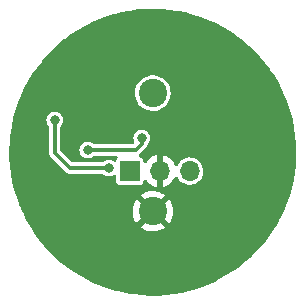
<source format=gbr>
%TF.GenerationSoftware,KiCad,Pcbnew,6.0.7-f9a2dced07~116~ubuntu20.04.1*%
%TF.CreationDate,2022-09-22T11:15:32+02:00*%
%TF.ProjectId,piezo_sensor_amplifier,7069657a-6f5f-4736-956e-736f725f616d,1.0*%
%TF.SameCoordinates,Original*%
%TF.FileFunction,Copper,L2,Bot*%
%TF.FilePolarity,Positive*%
%FSLAX46Y46*%
G04 Gerber Fmt 4.6, Leading zero omitted, Abs format (unit mm)*
G04 Created by KiCad (PCBNEW 6.0.7-f9a2dced07~116~ubuntu20.04.1) date 2022-09-22 11:15:32*
%MOMM*%
%LPD*%
G01*
G04 APERTURE LIST*
%TA.AperFunction,ComponentPad*%
%ADD10C,2.400000*%
%TD*%
%TA.AperFunction,ComponentPad*%
%ADD11R,1.700000X1.700000*%
%TD*%
%TA.AperFunction,ComponentPad*%
%ADD12O,1.700000X1.700000*%
%TD*%
%TA.AperFunction,ViaPad*%
%ADD13C,0.800000*%
%TD*%
%TA.AperFunction,Conductor*%
%ADD14C,0.350000*%
%TD*%
G04 APERTURE END LIST*
D10*
%TO.P,Y1,1,out*%
%TO.N,Net-(R3-Pad1)*%
X100000000Y-95000000D03*
%TO.P,Y1,2,GND*%
%TO.N,GND*%
X100000000Y-105000000D03*
%TD*%
D11*
%TO.P,J1,1,Pin_1*%
%TO.N,+3.3V*%
X98044000Y-101600000D03*
D12*
%TO.P,J1,2,Pin_2*%
%TO.N,GND*%
X100584000Y-101600000D03*
%TO.P,J1,3,Pin_3*%
%TO.N,Vout*%
X103124000Y-101600000D03*
%TD*%
D13*
%TO.N,GND*%
X100584000Y-98552000D03*
X95758000Y-103124000D03*
X94996000Y-108204000D03*
X90678000Y-102362000D03*
X90424000Y-98552000D03*
X91948000Y-94742000D03*
X94234000Y-92456000D03*
X97028000Y-90932000D03*
X99822000Y-90424000D03*
X103124000Y-90932000D03*
X105918000Y-92456000D03*
X107950000Y-94742000D03*
X109220000Y-97790000D03*
X109474000Y-101092000D03*
X108458000Y-104140000D03*
X106934000Y-106426000D03*
X104394000Y-108458000D03*
X100330000Y-109474000D03*
%TO.N,+3.3V*%
X96266000Y-101346000D03*
X91694000Y-97282000D03*
%TO.N,Net-(C1-Pad1)*%
X99060000Y-98806000D03*
X94488000Y-99822000D03*
%TD*%
D14*
%TO.N,+3.3V*%
X96266000Y-101346000D02*
X92964000Y-101346000D01*
X92964000Y-101346000D02*
X91694000Y-100076000D01*
X91694000Y-100076000D02*
X91694000Y-97282000D01*
%TO.N,Net-(C1-Pad1)*%
X94488000Y-99822000D02*
X98552000Y-99822000D01*
X98552000Y-99822000D02*
X99060000Y-99314000D01*
X99060000Y-99314000D02*
X99060000Y-98806000D01*
%TD*%
%TA.AperFunction,Conductor*%
%TO.N,GND*%
G36*
X100088970Y-87850941D02*
G01*
X100758723Y-87874329D01*
X100766992Y-87874849D01*
X101434419Y-87935590D01*
X101442645Y-87936571D01*
X101923434Y-88007567D01*
X102105621Y-88034470D01*
X102113816Y-88035915D01*
X102770275Y-88170667D01*
X102778375Y-88172567D01*
X103426292Y-88343754D01*
X103434275Y-88346104D01*
X104071611Y-88553187D01*
X104079449Y-88555978D01*
X104704231Y-88798315D01*
X104711902Y-88801539D01*
X105322211Y-89078388D01*
X105329689Y-89082036D01*
X105923561Y-89392504D01*
X105930824Y-89396563D01*
X106506450Y-89739705D01*
X106513460Y-89744153D01*
X106924161Y-90021174D01*
X107069062Y-90118911D01*
X107075826Y-90123754D01*
X107609607Y-90528916D01*
X107616092Y-90534130D01*
X108126431Y-90968463D01*
X108132608Y-90974025D01*
X108455951Y-91281939D01*
X108617915Y-91436176D01*
X108623778Y-91442080D01*
X109082524Y-91930594D01*
X109088049Y-91936817D01*
X109518813Y-92450182D01*
X109523981Y-92456703D01*
X109925410Y-92993305D01*
X109930206Y-93000104D01*
X110301049Y-93558268D01*
X110305459Y-93565324D01*
X110644584Y-94143348D01*
X110648592Y-94150639D01*
X110954914Y-94746677D01*
X110958509Y-94754181D01*
X111212223Y-95324030D01*
X111231078Y-95366380D01*
X111234248Y-95374070D01*
X111464476Y-95980148D01*
X111472226Y-96000551D01*
X111474958Y-96008397D01*
X111518509Y-96145688D01*
X111677587Y-96647167D01*
X111679881Y-96655165D01*
X111846544Y-97304274D01*
X111848387Y-97312388D01*
X111978549Y-97969753D01*
X111979937Y-97977957D01*
X112073205Y-98641596D01*
X112074132Y-98649865D01*
X112121373Y-99212434D01*
X112130207Y-99317640D01*
X112130672Y-99325948D01*
X112149413Y-99996894D01*
X112149456Y-100003134D01*
X112146925Y-100184423D01*
X112145290Y-100301530D01*
X112144807Y-100336094D01*
X112144590Y-100342324D01*
X112109459Y-100970708D01*
X112107122Y-101012501D01*
X112106426Y-101020779D01*
X112081307Y-101244720D01*
X112031726Y-101686747D01*
X112030568Y-101694987D01*
X111918809Y-102355744D01*
X111917193Y-102363906D01*
X111829747Y-102748803D01*
X111788733Y-102929328D01*
X111768724Y-103017396D01*
X111766656Y-103025451D01*
X111581931Y-103669664D01*
X111579427Y-103677556D01*
X111523242Y-103838900D01*
X111359031Y-104310448D01*
X111356076Y-104318226D01*
X111100711Y-104937789D01*
X111097327Y-104945391D01*
X110854457Y-105452300D01*
X110807763Y-105549757D01*
X110803966Y-105557146D01*
X110658405Y-105821920D01*
X110481113Y-106144413D01*
X110476902Y-106151590D01*
X110121790Y-106719889D01*
X110117186Y-106726819D01*
X109730875Y-107274449D01*
X109725890Y-107281112D01*
X109559389Y-107491184D01*
X109328323Y-107782718D01*
X109309646Y-107806282D01*
X109304305Y-107812648D01*
X109189633Y-107941806D01*
X108859362Y-108313799D01*
X108853673Y-108319856D01*
X108381460Y-108795378D01*
X108375456Y-108801097D01*
X108246526Y-108917186D01*
X107877422Y-109249529D01*
X107871093Y-109254915D01*
X107348822Y-109674831D01*
X107342194Y-109679862D01*
X106797301Y-110069967D01*
X106790403Y-110074620D01*
X106224573Y-110433707D01*
X106217432Y-110437963D01*
X105632437Y-110764906D01*
X105625085Y-110768749D01*
X105240184Y-110956478D01*
X105022766Y-111062520D01*
X105015189Y-111065958D01*
X104397393Y-111325656D01*
X104389635Y-111328665D01*
X103758321Y-111553465D01*
X103750408Y-111556036D01*
X103328856Y-111680106D01*
X103107512Y-111745251D01*
X103099485Y-111747372D01*
X102447035Y-111900402D01*
X102438912Y-111902069D01*
X101778942Y-112018440D01*
X101770710Y-112019656D01*
X101105272Y-112099005D01*
X101096986Y-112099759D01*
X100428158Y-112141838D01*
X100419842Y-112142128D01*
X100060209Y-112144639D01*
X99749724Y-112146806D01*
X99741410Y-112146632D01*
X99072051Y-112113895D01*
X99063783Y-112113259D01*
X98397274Y-112043206D01*
X98389037Y-112042107D01*
X98090403Y-111993739D01*
X97727524Y-111934965D01*
X97719350Y-111933406D01*
X97064832Y-111789501D01*
X97056759Y-111787488D01*
X96874312Y-111736548D01*
X96411300Y-111607272D01*
X96403379Y-111604821D01*
X95768950Y-111388845D01*
X95761156Y-111385945D01*
X95463789Y-111265801D01*
X95139815Y-111134907D01*
X95132205Y-111131582D01*
X94760090Y-110956478D01*
X94525838Y-110846247D01*
X94518411Y-110842496D01*
X93928903Y-110523751D01*
X93921697Y-110519590D01*
X93350923Y-110168447D01*
X93343961Y-110163891D01*
X92793680Y-109781436D01*
X92786983Y-109776499D01*
X92656854Y-109674831D01*
X92258892Y-109363909D01*
X92252500Y-109358622D01*
X92051839Y-109182957D01*
X91748253Y-108917186D01*
X91742148Y-108911533D01*
X91690267Y-108860727D01*
X91263345Y-108442655D01*
X91257578Y-108436682D01*
X90805694Y-107941806D01*
X90800257Y-107935507D01*
X90376712Y-107416189D01*
X90371636Y-107409597D01*
X89977726Y-106867427D01*
X89973025Y-106860562D01*
X89659443Y-106373978D01*
X98991095Y-106373978D01*
X98995398Y-106381432D01*
X99087906Y-106449261D01*
X99097250Y-106455100D01*
X99312130Y-106568154D01*
X99322253Y-106572555D01*
X99551472Y-106652602D01*
X99562136Y-106655459D01*
X99800677Y-106700748D01*
X99811630Y-106701996D01*
X100054250Y-106711529D01*
X100065273Y-106711144D01*
X100306625Y-106684711D01*
X100317484Y-106682699D01*
X100552281Y-106620882D01*
X100562710Y-106617291D01*
X100785797Y-106521445D01*
X100795584Y-106516350D01*
X101002046Y-106388587D01*
X101003885Y-106387251D01*
X101011585Y-106376152D01*
X101006805Y-106366015D01*
X100013871Y-105373081D01*
X100000000Y-105365073D01*
X99986129Y-105373081D01*
X98999103Y-106360107D01*
X98991095Y-106373978D01*
X89659443Y-106373978D01*
X89610004Y-106297264D01*
X89605697Y-106290152D01*
X89274680Y-105707457D01*
X89270774Y-105700110D01*
X88972809Y-105099861D01*
X88969319Y-105092308D01*
X88912908Y-104960692D01*
X98288064Y-104960692D01*
X98299712Y-105203205D01*
X98301058Y-105214165D01*
X98348425Y-105452300D01*
X98351372Y-105462927D01*
X98433423Y-105691457D01*
X98437901Y-105701515D01*
X98552832Y-105915413D01*
X98558757Y-105924712D01*
X98614274Y-105999059D01*
X98626853Y-106008976D01*
X98635107Y-106005683D01*
X99626919Y-105013871D01*
X99634927Y-105000000D01*
X100365073Y-105000000D01*
X100373081Y-105013871D01*
X101362673Y-106003463D01*
X101376544Y-106011471D01*
X101382543Y-106008008D01*
X101502238Y-105821920D01*
X101507497Y-105812235D01*
X101607229Y-105590838D01*
X101610993Y-105580498D01*
X101676903Y-105346796D01*
X101679102Y-105335991D01*
X101709971Y-105093344D01*
X101710540Y-105085905D01*
X101712691Y-105003738D01*
X101712512Y-104996268D01*
X101694385Y-104752356D01*
X101692753Y-104741435D01*
X101639169Y-104504623D01*
X101635943Y-104494073D01*
X101547942Y-104267778D01*
X101543195Y-104257825D01*
X101422709Y-104047021D01*
X101416544Y-104037880D01*
X101386716Y-104000042D01*
X101373883Y-103990460D01*
X101364883Y-103994327D01*
X100373081Y-104986129D01*
X100365073Y-105000000D01*
X99634927Y-105000000D01*
X99626919Y-104986129D01*
X98637887Y-103997097D01*
X98624016Y-103989089D01*
X98614636Y-103994504D01*
X98609126Y-104001129D01*
X98602725Y-104010102D01*
X98476763Y-104217681D01*
X98471755Y-104227510D01*
X98377860Y-104451425D01*
X98374360Y-104461885D01*
X98314593Y-104697218D01*
X98312678Y-104708078D01*
X98288352Y-104949658D01*
X98288064Y-104960692D01*
X88912908Y-104960692D01*
X88728130Y-104529573D01*
X88705318Y-104476348D01*
X88702258Y-104468620D01*
X88644688Y-104310448D01*
X88473053Y-103838884D01*
X88470431Y-103831005D01*
X88408325Y-103625301D01*
X98989058Y-103625301D01*
X98991294Y-103632084D01*
X99986129Y-104626919D01*
X100000000Y-104634927D01*
X100013871Y-104626919D01*
X101001429Y-103639361D01*
X101009437Y-103625490D01*
X101005521Y-103618706D01*
X100873846Y-103527361D01*
X100864348Y-103521766D01*
X100646579Y-103414375D01*
X100636359Y-103410245D01*
X100405110Y-103336221D01*
X100394387Y-103333646D01*
X100154726Y-103294616D01*
X100143756Y-103293657D01*
X99900965Y-103290478D01*
X99889960Y-103291151D01*
X99649373Y-103323894D01*
X99638582Y-103326187D01*
X99405472Y-103394132D01*
X99395148Y-103397993D01*
X99174641Y-103499647D01*
X99165007Y-103504988D01*
X98999722Y-103613353D01*
X98989058Y-103625301D01*
X88408325Y-103625301D01*
X88276726Y-103189423D01*
X88274555Y-103181427D01*
X88169548Y-102747382D01*
X88116975Y-102530068D01*
X88115245Y-102521929D01*
X87994271Y-101862797D01*
X87992998Y-101854575D01*
X87909007Y-101189713D01*
X87908195Y-101181432D01*
X87861447Y-100512912D01*
X87861099Y-100504598D01*
X87851742Y-99834531D01*
X87851858Y-99826211D01*
X87851970Y-99823543D01*
X87879922Y-99156644D01*
X87880501Y-99148359D01*
X87880738Y-99145947D01*
X87945897Y-98481397D01*
X87946939Y-98473148D01*
X87968507Y-98333831D01*
X88049462Y-97810893D01*
X88050963Y-97802713D01*
X88065223Y-97735628D01*
X88091966Y-97609812D01*
X88163215Y-97274611D01*
X90988394Y-97274611D01*
X91006999Y-97443135D01*
X91010087Y-97451572D01*
X91010087Y-97451574D01*
X91017917Y-97472969D01*
X91065266Y-97602356D01*
X91070275Y-97609811D01*
X91070276Y-97609812D01*
X91078431Y-97621947D01*
X91159830Y-97743083D01*
X91166472Y-97749127D01*
X91166474Y-97749129D01*
X91169780Y-97752137D01*
X91171839Y-97755344D01*
X91172343Y-97755928D01*
X91172260Y-97756000D01*
X91211447Y-97817041D01*
X91218500Y-97862341D01*
X91218500Y-100008716D01*
X91218020Y-100020665D01*
X91217501Y-100027120D01*
X91215158Y-100037473D01*
X91215815Y-100048065D01*
X91215815Y-100048067D01*
X91218214Y-100086731D01*
X91218500Y-100095957D01*
X91218500Y-100110145D01*
X91219251Y-100115387D01*
X91219710Y-100118592D01*
X91220928Y-100130482D01*
X91223592Y-100173417D01*
X91227196Y-100183400D01*
X91228967Y-100191953D01*
X91231414Y-100200320D01*
X91232919Y-100210829D01*
X91250732Y-100250008D01*
X91255226Y-100261047D01*
X91269841Y-100301530D01*
X91276104Y-100310102D01*
X91280202Y-100317810D01*
X91284901Y-100325158D01*
X91289294Y-100334820D01*
X91296222Y-100342860D01*
X91296223Y-100342862D01*
X91317378Y-100367414D01*
X91324813Y-100376777D01*
X91331577Y-100386035D01*
X91341018Y-100395476D01*
X91348536Y-100403573D01*
X91367767Y-100425891D01*
X91378204Y-100438004D01*
X91387112Y-100443778D01*
X91395109Y-100450754D01*
X91394798Y-100451110D01*
X91404507Y-100458965D01*
X92580191Y-101634649D01*
X92588301Y-101643437D01*
X92592498Y-101648369D01*
X92598165Y-101657350D01*
X92635177Y-101690038D01*
X92641885Y-101696343D01*
X92651915Y-101706373D01*
X92656149Y-101709546D01*
X92656151Y-101709548D01*
X92658739Y-101711487D01*
X92668001Y-101719027D01*
X92700255Y-101747513D01*
X92709868Y-101752026D01*
X92717171Y-101756823D01*
X92724812Y-101761007D01*
X92733305Y-101767372D01*
X92743242Y-101771097D01*
X92743247Y-101771100D01*
X92773603Y-101782480D01*
X92784621Y-101787122D01*
X92823548Y-101805399D01*
X92834036Y-101807032D01*
X92842393Y-101809587D01*
X92850904Y-101811458D01*
X92860843Y-101815184D01*
X92871430Y-101815971D01*
X92871432Y-101815971D01*
X92903733Y-101818371D01*
X92915613Y-101819735D01*
X92921256Y-101820614D01*
X92921277Y-101820616D01*
X92926956Y-101821500D01*
X92940320Y-101821500D01*
X92951361Y-101821910D01*
X92996674Y-101825277D01*
X93007056Y-101823061D01*
X93017646Y-101822339D01*
X93017678Y-101822811D01*
X93030093Y-101821500D01*
X95690030Y-101821500D01*
X95764530Y-101841462D01*
X95790309Y-101860295D01*
X95838522Y-101904165D01*
X95857233Y-101921191D01*
X95865128Y-101925478D01*
X95865130Y-101925479D01*
X95998344Y-101997808D01*
X95998347Y-101997809D01*
X96006235Y-102002092D01*
X96043743Y-102011932D01*
X96161549Y-102042838D01*
X96161551Y-102042838D01*
X96170233Y-102045116D01*
X96179209Y-102045257D01*
X96330781Y-102047638D01*
X96339760Y-102047779D01*
X96505029Y-102009928D01*
X96656498Y-101933747D01*
X96662515Y-101928608D01*
X96735142Y-101904165D01*
X96810749Y-101919409D01*
X96868604Y-101970414D01*
X96893206Y-102043513D01*
X96893500Y-102052871D01*
X96893500Y-102494646D01*
X96896618Y-102520846D01*
X96942061Y-102623153D01*
X97021287Y-102702241D01*
X97033867Y-102707803D01*
X97033869Y-102707804D01*
X97113426Y-102742976D01*
X97123673Y-102747506D01*
X97138318Y-102749213D01*
X97145070Y-102750001D01*
X97145078Y-102750001D01*
X97149354Y-102750500D01*
X98938646Y-102750500D01*
X98964846Y-102747382D01*
X99067153Y-102701939D01*
X99146241Y-102622713D01*
X99175931Y-102555558D01*
X99186976Y-102530574D01*
X99186976Y-102530573D01*
X99191506Y-102520327D01*
X99194500Y-102494646D01*
X99194500Y-102460044D01*
X99214462Y-102385544D01*
X99269000Y-102331006D01*
X99343500Y-102311044D01*
X99418000Y-102331006D01*
X99470543Y-102382190D01*
X99481198Y-102399576D01*
X99488403Y-102409422D01*
X99626591Y-102568950D01*
X99635311Y-102577489D01*
X99797716Y-102712320D01*
X99807686Y-102719302D01*
X99989945Y-102825805D01*
X100000920Y-102831064D01*
X100198127Y-102906370D01*
X100209817Y-102909766D01*
X100310778Y-102930306D01*
X100326765Y-102929328D01*
X100330000Y-102922840D01*
X100330000Y-102917016D01*
X100838000Y-102917016D01*
X100842145Y-102932487D01*
X100851271Y-102934932D01*
X100861244Y-102933654D01*
X100873167Y-102931120D01*
X101075348Y-102870463D01*
X101086691Y-102866017D01*
X101276245Y-102773156D01*
X101286715Y-102766915D01*
X101458552Y-102644345D01*
X101467874Y-102636467D01*
X101617381Y-102487480D01*
X101625281Y-102478198D01*
X101748451Y-102306789D01*
X101754734Y-102296333D01*
X101835502Y-102132910D01*
X101886406Y-102074967D01*
X101959463Y-102050239D01*
X102035096Y-102065352D01*
X102093039Y-102116256D01*
X102104390Y-102136545D01*
X102123369Y-102177714D01*
X102127305Y-102183284D01*
X102127306Y-102183285D01*
X102214590Y-102306789D01*
X102245405Y-102350391D01*
X102396865Y-102497937D01*
X102572677Y-102615411D01*
X102578945Y-102618104D01*
X102578947Y-102618105D01*
X102621686Y-102636467D01*
X102766953Y-102698878D01*
X102973186Y-102745544D01*
X103024544Y-102747562D01*
X103177641Y-102753578D01*
X103177645Y-102753578D01*
X103184470Y-102753846D01*
X103393730Y-102723504D01*
X103400187Y-102721312D01*
X103400192Y-102721311D01*
X103536083Y-102675182D01*
X103593955Y-102655537D01*
X103688713Y-102602470D01*
X103772481Y-102555558D01*
X103772486Y-102555554D01*
X103778442Y-102552219D01*
X103941012Y-102417012D01*
X104076219Y-102254442D01*
X104079554Y-102248486D01*
X104079558Y-102248481D01*
X104126470Y-102164713D01*
X104179537Y-102069955D01*
X104224403Y-101937783D01*
X104245311Y-101876192D01*
X104245312Y-101876187D01*
X104247504Y-101869730D01*
X104277846Y-101660470D01*
X104279429Y-101600000D01*
X104260081Y-101389440D01*
X104202686Y-101185931D01*
X104109165Y-100996290D01*
X104105084Y-100990825D01*
X104105081Y-100990820D01*
X103986739Y-100832341D01*
X103986737Y-100832339D01*
X103982651Y-100826867D01*
X103827381Y-100683337D01*
X103648554Y-100570505D01*
X103642215Y-100567976D01*
X103642209Y-100567973D01*
X103458504Y-100494683D01*
X103452160Y-100492152D01*
X103381475Y-100478092D01*
X103251478Y-100452234D01*
X103251475Y-100452234D01*
X103244775Y-100450901D01*
X103137762Y-100449500D01*
X103040180Y-100448222D01*
X103040175Y-100448222D01*
X103033346Y-100448133D01*
X103026613Y-100449290D01*
X103026612Y-100449290D01*
X102831684Y-100482784D01*
X102831680Y-100482785D01*
X102824953Y-100483941D01*
X102626575Y-100557127D01*
X102620702Y-100560621D01*
X102593429Y-100576847D01*
X102444856Y-100665238D01*
X102418067Y-100688731D01*
X102291022Y-100800146D01*
X102291019Y-100800149D01*
X102285881Y-100804655D01*
X102262920Y-100833781D01*
X102159207Y-100965340D01*
X102159203Y-100965346D01*
X102154976Y-100970708D01*
X102151797Y-100976751D01*
X102151794Y-100976755D01*
X102100482Y-101074284D01*
X102048128Y-101130920D01*
X101974469Y-101153792D01*
X101899242Y-101136770D01*
X101842606Y-101084416D01*
X101831977Y-101064320D01*
X101787350Y-100961685D01*
X101781590Y-100950942D01*
X101666937Y-100773716D01*
X101659504Y-100764063D01*
X101517440Y-100607937D01*
X101508534Y-100599632D01*
X101342880Y-100468807D01*
X101332725Y-100462060D01*
X101147939Y-100360053D01*
X101136813Y-100355053D01*
X100937859Y-100284599D01*
X100926057Y-100281480D01*
X100857310Y-100269235D01*
X100841355Y-100270603D01*
X100838000Y-100277764D01*
X100838000Y-102917016D01*
X100330000Y-102917016D01*
X100330000Y-100284603D01*
X100325855Y-100269132D01*
X100317515Y-100266898D01*
X100274256Y-100273517D01*
X100262394Y-100276343D01*
X100061759Y-100341920D01*
X100050532Y-100346639D01*
X99863300Y-100444107D01*
X99852981Y-100450605D01*
X99684185Y-100577341D01*
X99675073Y-100585431D01*
X99529248Y-100738029D01*
X99521569Y-100747511D01*
X99466589Y-100828108D01*
X99408115Y-100878404D01*
X99332328Y-100892724D01*
X99259535Y-100867232D01*
X99209239Y-100808758D01*
X99194500Y-100744143D01*
X99194500Y-100705354D01*
X99191382Y-100679154D01*
X99145939Y-100576847D01*
X99066713Y-100497759D01*
X99054133Y-100492197D01*
X99054131Y-100492196D01*
X98974574Y-100457024D01*
X98974573Y-100457024D01*
X98964327Y-100452494D01*
X98938646Y-100449500D01*
X98938819Y-100448013D01*
X98872002Y-100425891D01*
X98820713Y-100368287D01*
X98805098Y-100292757D01*
X98829340Y-100219537D01*
X98856928Y-100188213D01*
X98857397Y-100187812D01*
X98862035Y-100184423D01*
X98871476Y-100174982D01*
X98879573Y-100167464D01*
X98905963Y-100144725D01*
X98905964Y-100144724D01*
X98914004Y-100137796D01*
X98919778Y-100128888D01*
X98926754Y-100120891D01*
X98927110Y-100121202D01*
X98934965Y-100111493D01*
X99348649Y-99697809D01*
X99357437Y-99689699D01*
X99362369Y-99685502D01*
X99371350Y-99679835D01*
X99404038Y-99642823D01*
X99410343Y-99636115D01*
X99420373Y-99626085D01*
X99425491Y-99619256D01*
X99433027Y-99609999D01*
X99461513Y-99577745D01*
X99466027Y-99568131D01*
X99470826Y-99560824D01*
X99475007Y-99553188D01*
X99481372Y-99544695D01*
X99496475Y-99504406D01*
X99501112Y-99493402D01*
X99519399Y-99454452D01*
X99521032Y-99443966D01*
X99523582Y-99435626D01*
X99525457Y-99427096D01*
X99529183Y-99417157D01*
X99531850Y-99381271D01*
X99557279Y-99308455D01*
X99570763Y-99291458D01*
X99572596Y-99289465D01*
X99579423Y-99283634D01*
X99584659Y-99276347D01*
X99584662Y-99276344D01*
X99673124Y-99153236D01*
X99673126Y-99153232D01*
X99678361Y-99145947D01*
X99688377Y-99121031D01*
X99738251Y-98996969D01*
X99738252Y-98996964D01*
X99741601Y-98988634D01*
X99765490Y-98820778D01*
X99765645Y-98806000D01*
X99745276Y-98637680D01*
X99685345Y-98479077D01*
X99589312Y-98339349D01*
X99582604Y-98333372D01*
X99469428Y-98232535D01*
X99469424Y-98232532D01*
X99462721Y-98226560D01*
X99454783Y-98222357D01*
X99454780Y-98222355D01*
X99320823Y-98151429D01*
X99312881Y-98147224D01*
X99304168Y-98145035D01*
X99304167Y-98145035D01*
X99231691Y-98126830D01*
X99148441Y-98105919D01*
X99044002Y-98105372D01*
X98987873Y-98105078D01*
X98978895Y-98105031D01*
X98970164Y-98107127D01*
X98970165Y-98107127D01*
X98822765Y-98142515D01*
X98822762Y-98142516D01*
X98814032Y-98144612D01*
X98806053Y-98148730D01*
X98806051Y-98148731D01*
X98800824Y-98151429D01*
X98663369Y-98222375D01*
X98656602Y-98228279D01*
X98656598Y-98228281D01*
X98651722Y-98232535D01*
X98535604Y-98333831D01*
X98438113Y-98472547D01*
X98376524Y-98630513D01*
X98354394Y-98798611D01*
X98372999Y-98967135D01*
X98376087Y-98975572D01*
X98376087Y-98975574D01*
X98383917Y-98996969D01*
X98431266Y-99126356D01*
X98432205Y-99127753D01*
X98447536Y-99199885D01*
X98423700Y-99273237D01*
X98404099Y-99297443D01*
X98398683Y-99302859D01*
X98331888Y-99341423D01*
X98293324Y-99346500D01*
X95064129Y-99346500D01*
X94989629Y-99326538D01*
X94965009Y-99308748D01*
X94897432Y-99248539D01*
X94897430Y-99248538D01*
X94890721Y-99242560D01*
X94882783Y-99238357D01*
X94882780Y-99238355D01*
X94748823Y-99167429D01*
X94740881Y-99163224D01*
X94732168Y-99161035D01*
X94732167Y-99161035D01*
X94659691Y-99142830D01*
X94576441Y-99121919D01*
X94472002Y-99121372D01*
X94415873Y-99121078D01*
X94406895Y-99121031D01*
X94384715Y-99126356D01*
X94250765Y-99158515D01*
X94250762Y-99158516D01*
X94242032Y-99160612D01*
X94234053Y-99164730D01*
X94234051Y-99164731D01*
X94099353Y-99234254D01*
X94091369Y-99238375D01*
X94084602Y-99244279D01*
X94084598Y-99244281D01*
X94000505Y-99317640D01*
X93963604Y-99349831D01*
X93866113Y-99488547D01*
X93804524Y-99646513D01*
X93782394Y-99814611D01*
X93800999Y-99983135D01*
X93804087Y-99991572D01*
X93804087Y-99991574D01*
X93810360Y-100008716D01*
X93859266Y-100142356D01*
X93864275Y-100149811D01*
X93864276Y-100149812D01*
X93947402Y-100273517D01*
X93953830Y-100283083D01*
X93960472Y-100289126D01*
X93960473Y-100289128D01*
X94066973Y-100386035D01*
X94079233Y-100397191D01*
X94087128Y-100401478D01*
X94087130Y-100401479D01*
X94220344Y-100473808D01*
X94220347Y-100473809D01*
X94228235Y-100478092D01*
X94291476Y-100494683D01*
X94383549Y-100518838D01*
X94383551Y-100518838D01*
X94392233Y-100521116D01*
X94401209Y-100521257D01*
X94552781Y-100523638D01*
X94561760Y-100523779D01*
X94727029Y-100485928D01*
X94878498Y-100409747D01*
X94968123Y-100333199D01*
X95037736Y-100299995D01*
X95064890Y-100297500D01*
X96861784Y-100297500D01*
X96936284Y-100317462D01*
X96990822Y-100372000D01*
X97010784Y-100446500D01*
X96990822Y-100521000D01*
X96967235Y-100551766D01*
X96941759Y-100577287D01*
X96936197Y-100589867D01*
X96936196Y-100589869D01*
X96910449Y-100648107D01*
X96896494Y-100679673D01*
X96895699Y-100686496D01*
X96858104Y-100750959D01*
X96791141Y-100789230D01*
X96714014Y-100788893D01*
X96671525Y-100769058D01*
X96668721Y-100766560D01*
X96518881Y-100687224D01*
X96510168Y-100685035D01*
X96510167Y-100685035D01*
X96417446Y-100661745D01*
X96354441Y-100645919D01*
X96250002Y-100645372D01*
X96193873Y-100645078D01*
X96184895Y-100645031D01*
X96176164Y-100647127D01*
X96176165Y-100647127D01*
X96028765Y-100682515D01*
X96028762Y-100682516D01*
X96020032Y-100684612D01*
X96012053Y-100688730D01*
X96012051Y-100688731D01*
X95979845Y-100705354D01*
X95869369Y-100762375D01*
X95862595Y-100768284D01*
X95862594Y-100768285D01*
X95787514Y-100833781D01*
X95718251Y-100867713D01*
X95689566Y-100870500D01*
X93222676Y-100870500D01*
X93148176Y-100850538D01*
X93117317Y-100826859D01*
X92213141Y-99922683D01*
X92174577Y-99855888D01*
X92169500Y-99817324D01*
X92169500Y-97863898D01*
X92189462Y-97789398D01*
X92207798Y-97764439D01*
X92213423Y-97759634D01*
X92230866Y-97735360D01*
X92307124Y-97629236D01*
X92307126Y-97629232D01*
X92312361Y-97621947D01*
X92323628Y-97593920D01*
X92372251Y-97472969D01*
X92372252Y-97472964D01*
X92375601Y-97464634D01*
X92399490Y-97296778D01*
X92399645Y-97282000D01*
X92379276Y-97113680D01*
X92319345Y-96955077D01*
X92223312Y-96815349D01*
X92216604Y-96809372D01*
X92103428Y-96708535D01*
X92103424Y-96708532D01*
X92096721Y-96702560D01*
X92088783Y-96698357D01*
X92088780Y-96698355D01*
X91954823Y-96627429D01*
X91946881Y-96623224D01*
X91938168Y-96621035D01*
X91938167Y-96621035D01*
X91865691Y-96602830D01*
X91782441Y-96581919D01*
X91678002Y-96581372D01*
X91621873Y-96581078D01*
X91612895Y-96581031D01*
X91604164Y-96583127D01*
X91604165Y-96583127D01*
X91456765Y-96618515D01*
X91456762Y-96618516D01*
X91448032Y-96620612D01*
X91440053Y-96624730D01*
X91440051Y-96624731D01*
X91305353Y-96694254D01*
X91297369Y-96698375D01*
X91290602Y-96704279D01*
X91290598Y-96704281D01*
X91285722Y-96708535D01*
X91169604Y-96809831D01*
X91072113Y-96948547D01*
X91010524Y-97106513D01*
X90988394Y-97274611D01*
X88163215Y-97274611D01*
X88190297Y-97147203D01*
X88192254Y-97139116D01*
X88367951Y-96492442D01*
X88370355Y-96484476D01*
X88581894Y-95848567D01*
X88584740Y-95840749D01*
X88608623Y-95780427D01*
X88831435Y-95217667D01*
X88834711Y-95210024D01*
X88834932Y-95209545D01*
X88948753Y-94963214D01*
X98494806Y-94963214D01*
X98509010Y-95209545D01*
X98563255Y-95450249D01*
X98656084Y-95678861D01*
X98659278Y-95684073D01*
X98760081Y-95848567D01*
X98785006Y-95889241D01*
X98946557Y-96075741D01*
X98951268Y-96079653D01*
X98951272Y-96079656D01*
X99061071Y-96170812D01*
X99136399Y-96233351D01*
X99349433Y-96357838D01*
X99355133Y-96360015D01*
X99355136Y-96360016D01*
X99574234Y-96443681D01*
X99574240Y-96443683D01*
X99579939Y-96445859D01*
X99585920Y-96447076D01*
X99585924Y-96447077D01*
X99674698Y-96465138D01*
X99821726Y-96495052D01*
X99827835Y-96495276D01*
X100062183Y-96503869D01*
X100062187Y-96503869D01*
X100068300Y-96504093D01*
X100313041Y-96472741D01*
X100446250Y-96432777D01*
X100543522Y-96403594D01*
X100543526Y-96403593D01*
X100549374Y-96401838D01*
X100770954Y-96293287D01*
X100971829Y-96150004D01*
X101146605Y-95975837D01*
X101208831Y-95889241D01*
X101287021Y-95780427D01*
X101290588Y-95775463D01*
X101399911Y-95554264D01*
X101439410Y-95424258D01*
X101469862Y-95324030D01*
X101469863Y-95324026D01*
X101471639Y-95318180D01*
X101503845Y-95073550D01*
X101505643Y-95000000D01*
X101485425Y-94754089D01*
X101474849Y-94711981D01*
X101426805Y-94520711D01*
X101425316Y-94514783D01*
X101413898Y-94488522D01*
X101329367Y-94294117D01*
X101326928Y-94288507D01*
X101192905Y-94081339D01*
X101026846Y-93898842D01*
X100833210Y-93745918D01*
X100827857Y-93742963D01*
X100827854Y-93742961D01*
X100725204Y-93686296D01*
X100617198Y-93626673D01*
X100384610Y-93544309D01*
X100378595Y-93543238D01*
X100378593Y-93543237D01*
X100287247Y-93526966D01*
X100141694Y-93501039D01*
X100135581Y-93500964D01*
X100135578Y-93500964D01*
X100031654Y-93499695D01*
X99894972Y-93498025D01*
X99868263Y-93502112D01*
X99657107Y-93534423D01*
X99657104Y-93534424D01*
X99651070Y-93535347D01*
X99416540Y-93612003D01*
X99197679Y-93725935D01*
X99000364Y-93874083D01*
X98996140Y-93878503D01*
X98996139Y-93878504D01*
X98834123Y-94048044D01*
X98834119Y-94048048D01*
X98829896Y-94052468D01*
X98826449Y-94057520D01*
X98826449Y-94057521D01*
X98806700Y-94086472D01*
X98690851Y-94256300D01*
X98586965Y-94480104D01*
X98521026Y-94717871D01*
X98520377Y-94723948D01*
X98520376Y-94723951D01*
X98517146Y-94754181D01*
X98494806Y-94963214D01*
X88948753Y-94963214D01*
X89115808Y-94601674D01*
X89119506Y-94594226D01*
X89434117Y-94002529D01*
X89438227Y-93995294D01*
X89785378Y-93422080D01*
X89789885Y-93415086D01*
X90168496Y-92862138D01*
X90173387Y-92855406D01*
X90582274Y-92324456D01*
X90587533Y-92318008D01*
X91025416Y-91810716D01*
X91031026Y-91804572D01*
X91496547Y-91322510D01*
X91502492Y-91316688D01*
X91994209Y-90861353D01*
X92000470Y-90855873D01*
X92516813Y-90428717D01*
X92523370Y-90423594D01*
X93062759Y-90025923D01*
X93069591Y-90021174D01*
X93630355Y-89654220D01*
X93637437Y-89649863D01*
X93674476Y-89628479D01*
X94076166Y-89396563D01*
X94217805Y-89314788D01*
X94225124Y-89310831D01*
X94571661Y-89135782D01*
X94823294Y-89008673D01*
X94830789Y-89005146D01*
X95444904Y-88736846D01*
X95452619Y-88733729D01*
X95662005Y-88655859D01*
X96080745Y-88500131D01*
X96088613Y-88497453D01*
X96728781Y-88299288D01*
X96736794Y-88297050D01*
X96766825Y-88289562D01*
X97387054Y-88134922D01*
X97395137Y-88133145D01*
X97904835Y-88035915D01*
X98053442Y-88007567D01*
X98061656Y-88006237D01*
X98725901Y-87917607D01*
X98734174Y-87916737D01*
X98830569Y-87909320D01*
X99402359Y-87865324D01*
X99410669Y-87864918D01*
X99824582Y-87856247D01*
X100080663Y-87850883D01*
X100088970Y-87850941D01*
G37*
%TD.AperFunction*%
%TD*%
M02*

</source>
